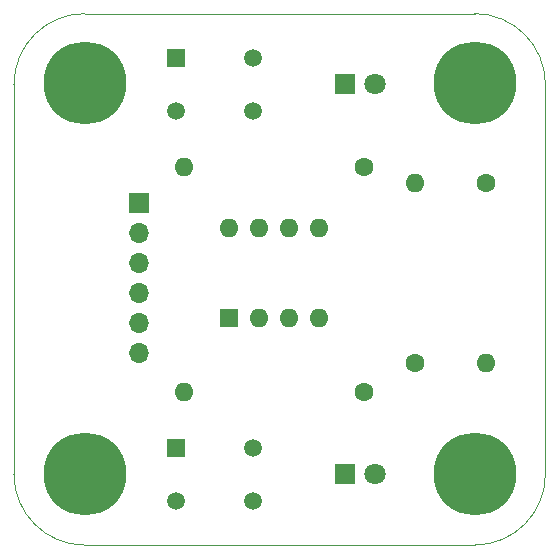
<source format=gbr>
%TF.GenerationSoftware,KiCad,Pcbnew,(6.0.6)*%
%TF.CreationDate,2023-02-06T16:24:35-08:00*%
%TF.ProjectId,PIC10F200 PCB,50494331-3046-4323-9030-205043422e6b,rev?*%
%TF.SameCoordinates,Original*%
%TF.FileFunction,Soldermask,Bot*%
%TF.FilePolarity,Negative*%
%FSLAX46Y46*%
G04 Gerber Fmt 4.6, Leading zero omitted, Abs format (unit mm)*
G04 Created by KiCad (PCBNEW (6.0.6)) date 2023-02-06 16:24:35*
%MOMM*%
%LPD*%
G01*
G04 APERTURE LIST*
%TA.AperFunction,Profile*%
%ADD10C,0.100000*%
%TD*%
%ADD11R,1.498000X1.498000*%
%ADD12C,1.498000*%
%ADD13C,0.800000*%
%ADD14C,7.000000*%
%ADD15R,1.600000X1.600000*%
%ADD16O,1.600000X1.600000*%
%ADD17C,1.600000*%
%ADD18R,1.800000X1.800000*%
%ADD19C,1.800000*%
%ADD20R,1.700000X1.700000*%
%ADD21O,1.700000X1.700000*%
G04 APERTURE END LIST*
D10*
X111000000Y-111000000D02*
G75*
G03*
X117000000Y-117000000I6000000J0D01*
G01*
X156000000Y-78000000D02*
G75*
G03*
X150000000Y-72000000I-6000000J0D01*
G01*
X150000000Y-117000000D02*
X117000000Y-117000000D01*
X150000000Y-117000000D02*
G75*
G03*
X156000000Y-111000000I0J6000000D01*
G01*
X117000000Y-72000000D02*
G75*
G03*
X111000000Y-78000000I0J-6000000D01*
G01*
X117000000Y-72000000D02*
X150000000Y-72000000D01*
X111000000Y-111000000D02*
X111000000Y-78000000D01*
X156000000Y-78000000D02*
X156000000Y-111000000D01*
D11*
%TO.C,SW1*%
X124750000Y-75750000D03*
D12*
X131250000Y-75750000D03*
X124750000Y-80250000D03*
X131250000Y-80250000D03*
%TD*%
D13*
%TO.C,H3*%
X118856155Y-112856155D03*
D14*
X117000000Y-111000000D03*
D13*
X118856155Y-109143845D03*
X114375000Y-111000000D03*
X115143845Y-112856155D03*
X119625000Y-111000000D03*
X115143845Y-109143845D03*
X117000000Y-108375000D03*
X117000000Y-113625000D03*
%TD*%
D11*
%TO.C,SW2*%
X124750000Y-108750000D03*
D12*
X131250000Y-108750000D03*
X124750000Y-113250000D03*
X131250000Y-113250000D03*
%TD*%
D15*
%TO.C,U1*%
X129200000Y-97800000D03*
D16*
X131740000Y-97800000D03*
X134280000Y-97800000D03*
X136820000Y-97800000D03*
X136820000Y-90180000D03*
X134280000Y-90180000D03*
X131740000Y-90180000D03*
X129200000Y-90180000D03*
%TD*%
D17*
%TO.C,R1*%
X145000000Y-101620000D03*
D16*
X145000000Y-86380000D03*
%TD*%
D17*
%TO.C,R4*%
X140620000Y-104000000D03*
D16*
X125380000Y-104000000D03*
%TD*%
D13*
%TO.C,H1*%
X117000000Y-80525000D03*
D14*
X117000000Y-77900000D03*
D13*
X114375000Y-77900000D03*
X118856155Y-76043845D03*
X119625000Y-77900000D03*
X115143845Y-76043845D03*
X118856155Y-79756155D03*
X115143845Y-79756155D03*
X117000000Y-75275000D03*
%TD*%
D17*
%TO.C,R3*%
X140620000Y-85000000D03*
D16*
X125380000Y-85000000D03*
%TD*%
D18*
%TO.C,D1*%
X139000000Y-78000000D03*
D19*
X141540000Y-78000000D03*
%TD*%
D20*
%TO.C,J1*%
X121600000Y-88000000D03*
D21*
X121600000Y-90540000D03*
X121600000Y-93080000D03*
X121600000Y-95620000D03*
X121600000Y-98160000D03*
X121600000Y-100700000D03*
%TD*%
D13*
%TO.C,H4*%
X148143845Y-109143845D03*
X152625000Y-111000000D03*
X150000000Y-113625000D03*
X151856155Y-109143845D03*
X148143845Y-112856155D03*
X147375000Y-111000000D03*
X151856155Y-112856155D03*
D14*
X150000000Y-111000000D03*
D13*
X150000000Y-108375000D03*
%TD*%
%TO.C,H2*%
X151856155Y-79756155D03*
X150000000Y-80525000D03*
X147375000Y-77900000D03*
X148143845Y-79756155D03*
X152625000Y-77900000D03*
X148143845Y-76043845D03*
D14*
X150000000Y-77900000D03*
D13*
X150000000Y-75275000D03*
X151856155Y-76043845D03*
%TD*%
D18*
%TO.C,D2*%
X139000000Y-111000000D03*
D19*
X141540000Y-111000000D03*
%TD*%
D17*
%TO.C,R2*%
X151000000Y-86380000D03*
D16*
X151000000Y-101620000D03*
%TD*%
M02*

</source>
